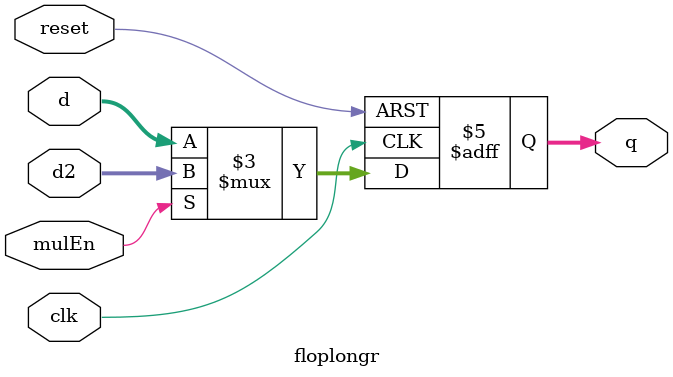
<source format=v>
module floplongr(
    clk, reset, d, d2, mulEn, q
);
    input wire clk;
    input wire reset;
    input wire [31:0] d;
    input wire [31:0] d2;
    input wire mulEn;
    output reg [31:0] q;
    always @(posedge clk or posedge reset)
        if (reset)
            q <= 0;
        else if (mulEn)
            q <= d2;
        else
            q <= d;
endmodule

</source>
